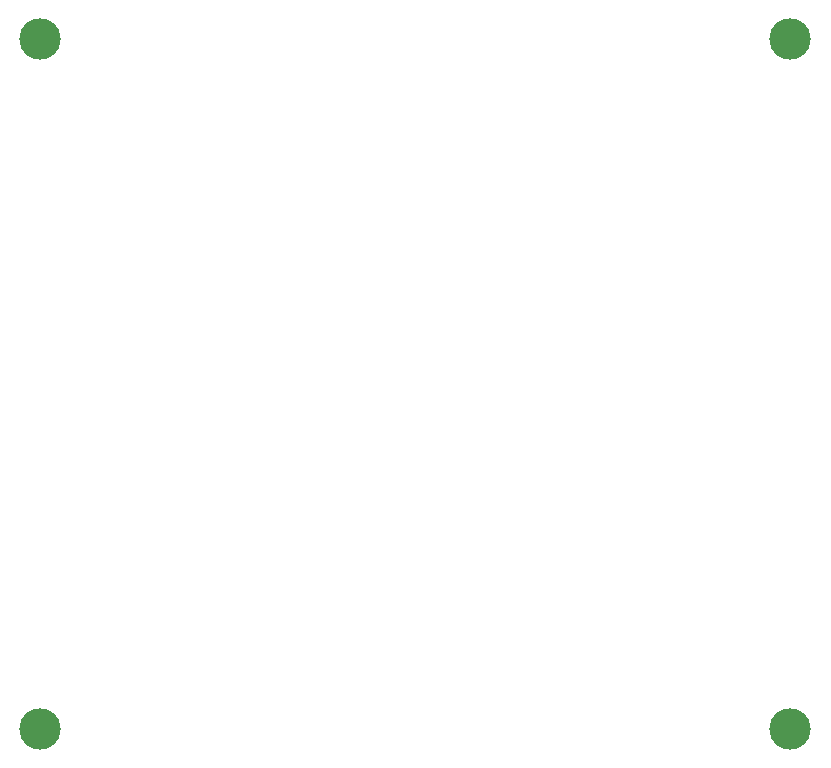
<source format=gbr>
%TF.GenerationSoftware,Novarm,DipTrace,3.2.0.1*%
%TF.CreationDate,2018-09-17T07:16:35-08:00*%
%FSLAX26Y26*%
%MOIN*%
%TF.FileFunction,NonPlated,1,4,NPTH,Drill*%
%TF.Part,Single*%
%TA.AperFunction,MechanicalDrill*%
%ADD70C,0.137795*%
G75*
G01*
D70*
X493701Y493701D3*
X2993701D3*
Y2793701D3*
X493701D3*
M02*

</source>
